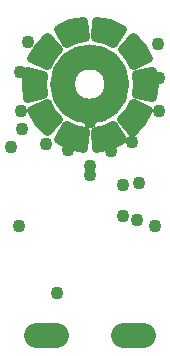
<source format=gbr>
%FSLAX34Y34*%
%MOMM*%
%LNSOLDERMASK_TOP*%
G71*
G01*
%ADD10C, 1.100*%
%ADD11C, 2.100*%
%ADD12C, 0.750*%
%ADD13R, 1.300X1.300*%
%LPD*%
X78000Y-121000D02*
G54D10*
D03*
X136000Y-55000D02*
G54D10*
D03*
X137000Y-84000D02*
G54D10*
D03*
X137000Y-112000D02*
G54D10*
D03*
X96000Y-146000D02*
G54D10*
D03*
X60000Y-145000D02*
G54D10*
D03*
X20000Y-112000D02*
G54D10*
D03*
X19000Y-79000D02*
G54D10*
D03*
X26000Y-53000D02*
G54D10*
D03*
G54D11*
X106500Y-301500D02*
X123500Y-301500D01*
G54D11*
X32500Y-301500D02*
X49500Y-301500D01*
X120000Y-173000D02*
G54D10*
D03*
X133000Y-209000D02*
G54D10*
D03*
X106000Y-201000D02*
G54D10*
D03*
X106000Y-174000D02*
G54D10*
D03*
X114000Y-138000D02*
G54D10*
D03*
X118000Y-204000D02*
G54D10*
D03*
X18500Y-209000D02*
G54D10*
D03*
X41000Y-140000D02*
G54D10*
D03*
X11000Y-142000D02*
G54D10*
D03*
X50000Y-266000D02*
G54D10*
D03*
X21000Y-127000D02*
G54D10*
D03*
X78000Y-158000D02*
G54D10*
D03*
X78000Y-166000D02*
G54D10*
D03*
G54D11*
G75*
G01X101000Y-89000D02*
G03X101000Y-89000I-23000J0D01*
G01*
G36*
X82250Y-49250D02*
X83644Y-35296D01*
X94687Y-37643D01*
X105000Y-42235D01*
X98000Y-54500D01*
X90500Y-51000D01*
X82250Y-49250D01*
G37*
G54D12*
X82250Y-49250D02*
X83644Y-35296D01*
X94687Y-37643D01*
X105000Y-42235D01*
X98000Y-54500D01*
X90500Y-51000D01*
X82250Y-49250D01*
G36*
X105119Y-59234D02*
X114449Y-48765D01*
X122003Y-57154D01*
X127648Y-66931D01*
X114775Y-72739D01*
X110765Y-65499D01*
X105119Y-59234D01*
G37*
G54D12*
X105119Y-59234D02*
X114449Y-48765D01*
X122003Y-57154D01*
X127648Y-66931D01*
X114775Y-72739D01*
X110765Y-65499D01*
X105119Y-59234D01*
G36*
X117170Y-80645D02*
X130872Y-77659D01*
X132052Y-88886D01*
X130872Y-100114D01*
X117044Y-97246D01*
X118055Y-89032D01*
X117170Y-80645D01*
G37*
G54D12*
X117170Y-80645D02*
X130872Y-77659D01*
X132052Y-88886D01*
X130872Y-100114D01*
X117044Y-97246D01*
X118055Y-89032D01*
X117170Y-80645D01*
G36*
X114491Y-105325D02*
X127332Y-110964D01*
X121687Y-120740D01*
X114133Y-129130D01*
X104631Y-118682D01*
X110277Y-112631D01*
X114491Y-105325D01*
G37*
G54D12*
X114491Y-105325D02*
X127332Y-110964D01*
X121687Y-120740D01*
X114133Y-129130D01*
X104631Y-118682D01*
X110277Y-112631D01*
X114491Y-105325D01*
G36*
X98020Y-123712D02*
X105094Y-135821D01*
X94780Y-140413D01*
X83738Y-142760D01*
X82192Y-128723D01*
X90317Y-127146D01*
X98020Y-123712D01*
G37*
G54D12*
X98020Y-123712D02*
X105094Y-135821D01*
X94780Y-140413D01*
X83738Y-142760D01*
X82192Y-128723D01*
X90317Y-127146D01*
X98020Y-123712D01*
G36*
X73777Y-128852D02*
X72383Y-142806D01*
X61340Y-140459D01*
X51027Y-135867D01*
X58027Y-123602D01*
X65527Y-127102D01*
X73777Y-128852D01*
G37*
G54D12*
X73777Y-128852D02*
X72383Y-142806D01*
X61340Y-140459D01*
X51027Y-135867D01*
X58027Y-123602D01*
X65527Y-127102D01*
X73777Y-128852D01*
G36*
X51158Y-118618D02*
X41828Y-129087D01*
X34274Y-120698D01*
X28629Y-110921D01*
X41502Y-105113D01*
X45512Y-112353D01*
X51158Y-118618D01*
G37*
G54D12*
X51158Y-118618D02*
X41828Y-129087D01*
X34274Y-120698D01*
X28629Y-110921D01*
X41502Y-105113D01*
X45512Y-112353D01*
X51158Y-118618D01*
G36*
X38607Y-97457D02*
X24904Y-100443D01*
X23724Y-89216D01*
X24904Y-77988D01*
X38733Y-80856D01*
X37722Y-89070D01*
X38607Y-97457D01*
G37*
G54D12*
X38607Y-97457D02*
X24904Y-100443D01*
X23724Y-89216D01*
X24904Y-77988D01*
X38733Y-80856D01*
X37722Y-89070D01*
X38607Y-97457D01*
G36*
X41509Y-72674D02*
X28668Y-67036D01*
X34313Y-57260D01*
X41867Y-48870D01*
X51369Y-59318D01*
X45723Y-65369D01*
X41509Y-72674D01*
G37*
G54D12*
X41509Y-72674D02*
X28668Y-67036D01*
X34313Y-57260D01*
X41867Y-48870D01*
X51369Y-59318D01*
X45723Y-65369D01*
X41509Y-72674D01*
G36*
X57980Y-54287D02*
X50906Y-42178D01*
X61219Y-37587D01*
X72262Y-35239D01*
X73808Y-49277D01*
X65683Y-50854D01*
X57980Y-54287D01*
G37*
G54D12*
X57980Y-54287D02*
X50906Y-42178D01*
X61219Y-37587D01*
X72262Y-35239D01*
X73808Y-49277D01*
X65683Y-50854D01*
X57980Y-54287D01*
X125000Y-89000D02*
G54D13*
D03*
X32000Y-89000D02*
G54D13*
D03*
G36*
X87827Y-36810D02*
X100190Y-40827D01*
X96173Y-53190D01*
X83810Y-49173D01*
X87827Y-36810D01*
G37*
G36*
X117438Y-52921D02*
X125079Y-63438D01*
X114562Y-71079D01*
X106921Y-60562D01*
X117438Y-52921D01*
G37*
G36*
X125079Y-114562D02*
X117438Y-125079D01*
X106921Y-117438D01*
X114562Y-106921D01*
X125079Y-114562D01*
G37*
G36*
X100190Y-137173D02*
X87827Y-141190D01*
X83810Y-128827D01*
X96173Y-124810D01*
X100190Y-137173D01*
G37*
G36*
X68173Y-141191D02*
X55809Y-137173D01*
X59827Y-124809D01*
X72191Y-128827D01*
X68173Y-141191D01*
G37*
G36*
X39562Y-125079D02*
X31921Y-114562D01*
X42438Y-106921D01*
X50079Y-117438D01*
X39562Y-125079D01*
G37*
G36*
X39562Y-52921D02*
X50079Y-60562D01*
X42438Y-71079D01*
X31921Y-63438D01*
X39562Y-52921D01*
G37*
G36*
X68173Y-36810D02*
X72191Y-49173D01*
X59827Y-53190D01*
X55809Y-40827D01*
X68173Y-36810D01*
G37*
M02*

</source>
